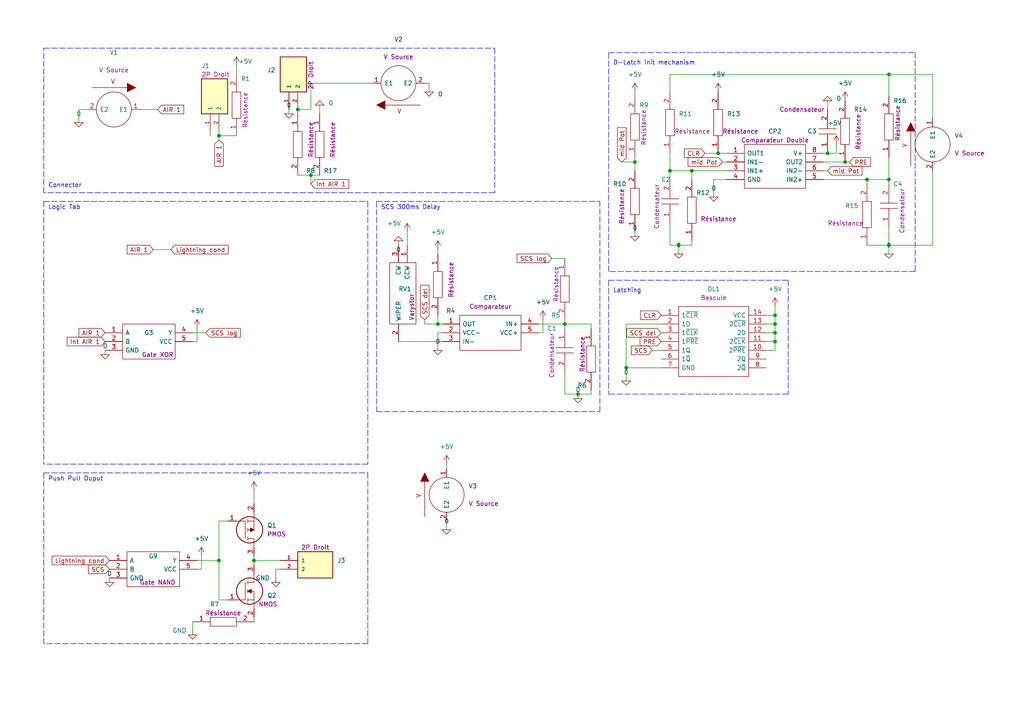
<source format=kicad_sch>
(kicad_sch (version 20211123) (generator eeschema)
  (paper "A4")
  (junction (at 181.61 106.68))
  (junction (at 200.66 49.53))
  (junction (at 257.81 71.12))
  (junction (at 184.15 46.99))
  (junction (at 224.79 99.06))
  (junction (at 224.79 91.44))
  (junction (at 194.31 49.53))
  (junction (at 86.36 31.75))
  (junction (at 73.66 162.56))
  (junction (at 196.85 71.12))
  (junction (at 63.5 162.56))
  (junction (at 245.11 46.99))
  (junction (at 167.64 114.3))
  (junction (at 224.79 96.52))
  (junction (at 127 93.98))
  (junction (at 251.46 52.07))
  (junction (at 90.17 50.8))
  (junction (at 240.03 44.45))
  (junction (at 208.28 44.45))
  (junction (at 63.5 39.37))
  (junction (at 257.81 52.07))
  (junction (at 224.79 93.98))
  (junction (at 163.83 93.98))
  (junction (at 257.81 21.59))
  (polyline (pts (xy 109.22 58.42) (xy 109.22 119.38)))
  (wire (pts (xy 200.66 69.85) (xy 200.66 71.12)))
  (wire (pts (xy 240.03 49.53) (xy 238.76 49.53)))
  (wire (pts (xy 238.76 52.07) (xy 251.46 52.07)))
  (wire (pts (xy 80.01 165.1) (xy 81.28 165.1)))
  (wire (pts (xy 222.25 101.6) (xy 224.79 101.6)))
  (polyline (pts (xy 176.53 78.74) (xy 176.53 15.24)))
  (polyline (pts (xy 109.22 58.42) (xy 173.99 58.42)))
  (wire (pts (xy 107.95 24.13) (xy 90.17 24.13)))
  (polyline (pts (xy 176.53 81.28) (xy 176.53 114.3)))
  (wire (pts (xy 90.17 24.13) (xy 90.17 31.75)))
  (wire (pts (xy 63.5 173.99) (xy 66.04 173.99)))
  (wire (pts (xy 270.51 49.53) (xy 270.51 71.12)))
  (wire (pts (xy 55.88 96.52) (xy 59.69 96.52)))
  (wire (pts (xy 194.31 49.53) (xy 200.66 49.53)))
  (wire (pts (xy 181.61 93.98) (xy 181.61 106.68)))
  (wire (pts (xy 55.88 99.06) (xy 57.15 99.06)))
  (wire (pts (xy 63.5 39.37) (xy 63.5 38.1)))
  (wire (pts (xy 208.28 44.45) (xy 210.82 44.45)))
  (wire (pts (xy 224.79 93.98) (xy 224.79 91.44)))
  (wire (pts (xy 270.51 21.59) (xy 270.51 34.29)))
  (wire (pts (xy 68.58 19.05) (xy 68.58 21.59)))
  (wire (pts (xy 128.27 96.52) (xy 127 96.52)))
  (wire (pts (xy 30.48 101.6) (xy 30.48 102.87)))
  (wire (pts (xy 246.38 46.99) (xy 245.11 46.99)))
  (wire (pts (xy 127 72.39) (xy 127 73.66)))
  (wire (pts (xy 163.83 92.71) (xy 163.83 93.98)))
  (wire (pts (xy 257.81 71.12) (xy 270.51 71.12)))
  (wire (pts (xy 63.5 151.13) (xy 63.5 162.56)))
  (wire (pts (xy 167.64 114.3) (xy 167.64 115.57)))
  (wire (pts (xy 118.11 67.31) (xy 118.11 71.12)))
  (wire (pts (xy 57.15 165.1) (xy 58.42 165.1)))
  (wire (pts (xy 171.45 93.98) (xy 163.83 93.98)))
  (wire (pts (xy 124.46 24.13) (xy 124.46 26.67)))
  (wire (pts (xy 194.31 44.45) (xy 194.31 49.53)))
  (wire (pts (xy 240.03 44.45) (xy 242.57 44.45)))
  (wire (pts (xy 196.85 71.12) (xy 196.85 73.66)))
  (polyline (pts (xy 143.51 13.97) (xy 143.51 55.88)))
  (wire (pts (xy 57.15 162.56) (xy 63.5 162.56)))
  (polyline (pts (xy 228.6 114.3) (xy 176.53 114.3)))
  (wire (pts (xy 204.47 44.45) (xy 208.28 44.45)))
  (wire (pts (xy 194.31 64.77) (xy 194.31 71.12)))
  (wire (pts (xy 251.46 52.07) (xy 251.46 53.34)))
  (wire (pts (xy 90.17 53.34) (xy 90.17 50.8)))
  (polyline (pts (xy 109.22 119.38) (xy 173.99 119.38)))
  (polyline (pts (xy 143.51 55.88) (xy 12.7 55.88)))
  (wire (pts (xy 240.03 29.21) (xy 240.03 31.75)))
  (polyline (pts (xy 265.43 78.74) (xy 176.53 78.74)))
  (wire (pts (xy 257.81 45.72) (xy 257.81 52.07)))
  (wire (pts (xy 44.45 72.39) (xy 49.53 72.39)))
  (wire (pts (xy 127 96.52) (xy 127 101.6)))
  (wire (pts (xy 257.81 21.59) (xy 257.81 27.94)))
  (wire (pts (xy 73.66 179.07) (xy 73.66 180.34)))
  (wire (pts (xy 200.66 49.53) (xy 200.66 52.07)))
  (wire (pts (xy 73.66 162.56) (xy 81.28 162.56)))
  (wire (pts (xy 184.15 26.67) (xy 184.15 27.94)))
  (wire (pts (xy 191.77 93.98) (xy 181.61 93.98)))
  (wire (pts (xy 184.15 45.72) (xy 184.15 46.99)))
  (polyline (pts (xy 106.68 134.62) (xy 12.7 134.62)))
  (wire (pts (xy 83.82 31.75) (xy 83.82 33.02)))
  (wire (pts (xy 123.19 93.98) (xy 127 93.98)))
  (polyline (pts (xy 12.7 137.16) (xy 12.7 186.69)))
  (wire (pts (xy 194.31 49.53) (xy 194.31 52.07)))
  (wire (pts (xy 25.4 31.75) (xy 22.86 31.75)))
  (polyline (pts (xy 265.43 15.24) (xy 265.43 78.74)))
  (wire (pts (xy 251.46 52.07) (xy 257.81 52.07)))
  (wire (pts (xy 224.79 96.52) (xy 224.79 93.98)))
  (wire (pts (xy 224.79 88.9) (xy 224.79 91.44)))
  (wire (pts (xy 163.83 93.98) (xy 163.83 95.25)))
  (polyline (pts (xy 106.68 186.69) (xy 12.7 186.69)))
  (wire (pts (xy 242.57 44.45) (xy 242.57 41.91)))
  (wire (pts (xy 181.61 106.68) (xy 191.77 106.68)))
  (wire (pts (xy 156.21 93.98) (xy 163.83 93.98)))
  (wire (pts (xy 63.5 162.56) (xy 63.5 173.99)))
  (wire (pts (xy 73.66 161.29) (xy 73.66 162.56)))
  (wire (pts (xy 194.31 21.59) (xy 194.31 26.67)))
  (polyline (pts (xy 12.7 13.97) (xy 143.51 13.97)))
  (wire (pts (xy 123.19 93.98) (xy 123.19 92.71)))
  (wire (pts (xy 156.21 96.52) (xy 157.48 96.52)))
  (wire (pts (xy 60.96 38.1) (xy 60.96 39.37)))
  (wire (pts (xy 73.66 162.56) (xy 73.66 163.83)))
  (wire (pts (xy 163.83 107.95) (xy 163.83 114.3)))
  (wire (pts (xy 238.76 44.45) (xy 240.03 44.45)))
  (wire (pts (xy 90.17 31.75) (xy 86.36 31.75)))
  (wire (pts (xy 90.17 50.8) (xy 92.71 50.8)))
  (wire (pts (xy 58.42 161.29) (xy 58.42 165.1)))
  (wire (pts (xy 63.5 39.37) (xy 68.58 39.37)))
  (polyline (pts (xy 176.53 15.24) (xy 265.43 15.24)))
  (wire (pts (xy 129.54 151.13) (xy 129.54 153.67)))
  (wire (pts (xy 257.81 66.04) (xy 257.81 71.12)))
  (wire (pts (xy 196.85 71.12) (xy 200.66 71.12)))
  (wire (pts (xy 257.81 71.12) (xy 257.81 73.66)))
  (wire (pts (xy 194.31 21.59) (xy 257.81 21.59)))
  (wire (pts (xy 184.15 46.99) (xy 180.34 46.99)))
  (wire (pts (xy 57.15 95.25) (xy 57.15 99.06)))
  (wire (pts (xy 181.61 106.68) (xy 181.61 110.49)))
  (wire (pts (xy 224.79 99.06) (xy 224.79 101.6)))
  (wire (pts (xy 207.01 57.15) (xy 207.01 52.07)))
  (wire (pts (xy 92.71 30.48) (xy 92.71 33.02)))
  (wire (pts (xy 31.75 167.64) (xy 31.75 168.91)))
  (wire (pts (xy 63.5 40.64) (xy 63.5 39.37)))
  (wire (pts (xy 127 93.98) (xy 128.27 93.98)))
  (wire (pts (xy 40.64 31.75) (xy 45.72 31.75)))
  (wire (pts (xy 115.57 71.12) (xy 115.57 69.85)))
  (wire (pts (xy 222.25 99.06) (xy 224.79 99.06)))
  (wire (pts (xy 222.25 91.44) (xy 224.79 91.44)))
  (wire (pts (xy 207.01 52.07) (xy 210.82 52.07)))
  (wire (pts (xy 245.11 46.99) (xy 238.76 46.99)))
  (wire (pts (xy 222.25 96.52) (xy 224.79 96.52)))
  (wire (pts (xy 157.48 92.71) (xy 157.48 96.52)))
  (polyline (pts (xy 12.7 58.42) (xy 12.7 134.62)))
  (polyline (pts (xy 12.7 55.88) (xy 12.7 13.97)))
  (wire (pts (xy 80.01 165.1) (xy 80.01 167.64)))
  (wire (pts (xy 184.15 67.31) (xy 184.15 68.58)))
  (wire (pts (xy 86.36 33.02) (xy 86.36 31.75)))
  (wire (pts (xy 129.54 134.62) (xy 129.54 135.89)))
  (polyline (pts (xy 228.6 81.28) (xy 228.6 114.3)))
  (polyline (pts (xy 106.68 137.16) (xy 106.68 186.69)))
  (wire (pts (xy 123.19 24.13) (xy 124.46 24.13)))
  (wire (pts (xy 224.79 96.52) (xy 224.79 99.06)))
  (wire (pts (xy 73.66 142.24) (xy 73.66 146.05)))
  (wire (pts (xy 127 91.44) (xy 127 93.98)))
  (polyline (pts (xy 176.53 81.28) (xy 228.6 81.28)))
  (wire (pts (xy 167.64 114.3) (xy 163.83 114.3)))
  (wire (pts (xy 200.66 49.53) (xy 210.82 49.53)))
  (polyline (pts (xy 173.99 119.38) (xy 173.99 58.42)))
  (polyline (pts (xy 106.68 58.42) (xy 106.68 134.62)))
  (wire (pts (xy 171.45 113.03) (xy 171.45 114.3)))
  (polyline (pts (xy 12.7 137.16) (xy 106.68 137.16)))
  (wire (pts (xy 22.86 31.75) (xy 22.86 35.56)))
  (wire (pts (xy 55.88 180.34) (xy 55.88 182.88)))
  (wire (pts (xy 115.57 99.06) (xy 128.27 99.06)))
  (wire (pts (xy 171.45 95.25) (xy 171.45 93.98)))
  (wire (pts (xy 171.45 114.3) (xy 167.64 114.3)))
  (wire (pts (xy 194.31 71.12) (xy 196.85 71.12)))
  (wire (pts (xy 66.04 151.13) (xy 63.5 151.13)))
  (polyline (pts (xy 12.7 58.42) (xy 106.68 58.42)))
  (wire (pts (xy 257.81 52.07) (xy 257.81 53.34)))
  (wire (pts (xy 257.81 21.59) (xy 270.51 21.59)))
  (wire (pts (xy 160.02 74.93) (xy 163.83 74.93)))
  (wire (pts (xy 251.46 71.12) (xy 257.81 71.12)))
  (wire (pts (xy 189.23 101.6) (xy 191.77 101.6)))
  (wire (pts (xy 209.55 46.99) (xy 210.82 46.99)))
  (wire (pts (xy 184.15 46.99) (xy 184.15 49.53)))
  (wire (pts (xy 86.36 50.8) (xy 90.17 50.8)))
  (wire (pts (xy 222.25 93.98) (xy 224.79 93.98)))
  (text "Logic Tab" (at 13.97 60.96 0) (effects (font (size 1.27 1.27)) (justify left bottom)))
  (text "Push Pull Ouput" (at 13.97 139.7 0) (effects (font (size 1.27 1.27)) (justify left bottom)))
  (text "Connector" (at 13.97 54.61 0) (effects (font (size 1.27 1.27)) (justify left bottom)))
  (text "Latching" (at 177.8 85.09 0) (effects (font (size 1.27 1.27)) (justify left bottom)))
  (text "D-Latch init mechanism" (at 177.8 19.05 0) (effects (font (size 1.27 1.27)) (justify left bottom)))
  (text "SCS 300ms Delay\n" (at 110.49 60.96 0) (effects (font (size 1.27 1.27)) (justify left bottom)))
  (global_label "AIR 1" (shape input) (at 30.48 96.52 180) (property "Intersheet References" "${INTERSHEET_REFS}" (effects hide)))
  (global_label "mid Pot" (shape input) (at 209.55 46.99 180) (property "Intersheet References" "${INTERSHEET_REFS}" (effects hide)))
  (global_label "mid Pot" (shape input) (at 240.03 49.53 0) (property "Intersheet References" "${INTERSHEET_REFS}" (effects hide)))
  (global_label "SCS log" (shape input) (at 59.69 96.52 0) (property "Intersheet References" "${INTERSHEET_REFS}" (effects hide)))
  (global_label "SCS del" (shape input) (at 123.19 92.71 90) (property "Intersheet References" "${INTERSHEET_REFS}" (effects hide)))
  (global_label "AIR 1" (shape input) (at 63.5 40.64 270) (property "Intersheet References" "${INTERSHEET_REFS}" (effects hide)))
  (global_label "CLR" (shape input) (at 204.47 44.45 180) (property "Intersheet References" "${INTERSHEET_REFS}" (effects hide)))
  (global_label "Lightning cond" (shape input) (at 49.53 72.39 0) (property "Intersheet References" "${INTERSHEET_REFS}" (effects hide)))
  (global_label "AIR 1" (shape input) (at 45.72 31.75 0) (property "Intersheet References" "${INTERSHEET_REFS}" (effects hide)))
  (global_label "SCS log" (shape input) (at 160.02 74.93 180) (property "Intersheet References" "${INTERSHEET_REFS}" (effects hide)))
  (global_label "Lightning cond" (shape input) (at 31.75 162.56 180) (property "Intersheet References" "${INTERSHEET_REFS}" (effects hide)))
  (global_label "SCS" (shape input) (at 189.23 101.6 180) (property "Intersheet References" "${INTERSHEET_REFS}" (effects hide)))
  (global_label "AIR 1" (shape input) (at 44.45 72.39 180) (property "Intersheet References" "${INTERSHEET_REFS}" (effects hide)))
  (global_label "SCS del" (shape input) (at 191.77 96.52 180) (property "Intersheet References" "${INTERSHEET_REFS}" (effects hide)))
  (global_label "Int AIR 1" (shape input) (at 90.17 53.34 0) (property "Intersheet References" "${INTERSHEET_REFS}" (effects hide)))
  (global_label "CLR" (shape input) (at 191.77 91.44 180) (property "Intersheet References" "${INTERSHEET_REFS}" (effects hide)))
  (global_label "Int AIR 1" (shape input) (at 30.48 99.06 180) (property "Intersheet References" "${INTERSHEET_REFS}" (effects hide)))
  (global_label "PRE" (shape input) (at 246.38 46.99 0) (property "Intersheet References" "${INTERSHEET_REFS}" (effects hide)))
  (global_label "mid Pot" (shape input) (at 180.34 46.99 90) (property "Intersheet References" "${INTERSHEET_REFS}" (effects hide)))
  (global_label "PRE" (shape input) (at 191.77 99.06 180) (property "Intersheet References" "${INTERSHEET_REFS}" (effects hide)))
  (global_label "SCS" (shape input) (at 31.75 165.1 180) (property "Intersheet References" "${INTERSHEET_REFS}" (effects hide)))
  (symbol (lib_id "power:+5V") (at 224.79 88.9 0) (unit 1)
    (property "Reference" "#PWR020" (effects hide))
    (property "Value" "+5V" (at 224.79 83.82 0))
  )
  (symbol (lib_id "pspice:0") (at 31.75 168.91 0) (unit 1)
    (property "Reference" "#GND03" (effects hide))
    (property "Value" "0" (at 31.75 166.37 0))
  )
  (symbol (lib_id "pspice:0") (at 240.03 29.21 180) (unit 1)
    (property "Reference" "#GND024" (effects hide))
    (property "Value" "0" (at 242.57 28.5749 0) (effects (justify right)))
  )
  (symbol (lib_id "pspice:0") (at 181.61 110.49 0) (unit 1)
    (property "Reference" "#GND022" (effects hide))
    (property "Value" "0" (at 181.61 107.95 0))
  )
  (symbol (lib_id "EPSA_lib:Comparateur Double LM393LVDR") (at 210.82 44.45 0) (unit 1)
    (property "Reference" "CP2" (at 224.79 38.1 0))
    (property "Value" "Comparateur Double LM393LVDR" (effects hide))
    (property "Footprint" "EPSA_lib:SOIC127P600X175-8N" (effects hide))
    (property "Datasheet" "https://www.ti.com/lit/ds/symlink/lm393lv.pdf?ts=1609509320428&ref_url=https%253A%252F%252Feu.mouser.com%252F" (effects hide))
    (property "Description" "Analog Comparators 1.65-V to 5.5-V, low voltage dual commodity comparator" (effects hide))
    (property "Height" "1.75" (effects hide))
    (property "Manufacturer_Name" "Texas Instruments" (effects hide))
    (property "Manufacturer_Part_Number" "LM393LVDR" (effects hide))
    (property "Mouser Part Number" "595-LM393LVDR" (effects hide))
    (property "Mouser Price/Stock" "https://www.mouser.co.uk/ProductDetail/Texas-Instruments/LM393LVDR?qs=zW32dvEIR3vk5%2FzEI25KTQ%3D%3D" (effects hide))
    (property "Arrow Part Number" "LM393LVDR" (effects hide))
    (property "Arrow Price/Stock" "https://www.arrow.com/en/products/lm393lvdr/texas-instruments" (effects hide))
    (property "Spice_Primitive" "X" (effects hide))
    (property "Spice_Model" "LM2903B_Dual" (effects hide))
    (property "Spice_Netlist_Enabled" "Y" (effects hide))
    (property "Spice_Lib_File" "${EPSA}\\SpiceModel\\CD_lm393.lib" (effects hide))
    (property "Render Name" "Comparateur Double" (at 224.79 40.64 0))
  )
  (symbol (lib_id "EPSA_lib:Résistance RK73H2BLTDD2152F") (at 86.36 33.02 270) (unit 1)
    (property "Reference" "R8" (at 91.44 49.53 90) (effects (justify right)))
    (property "Value" "Résistance RK73H2BLTDD2152F" (effects hide))
    (property "Footprint" "EPSA_lib:RESC3216X70N" (effects hide))
    (property "Datasheet" "http://www.koaspeer.com/catimages/Products/RK73H/RK73H.pdf" (effects hide))
    (property "Description" "Thick Film Resistors - SMD" (effects hide))
    (property "Height" "0.7" (effects hide))
    (property "Manufacturer_Name" "KOA Speer" (effects hide))
    (property "Manufacturer_Part_Number" "RK73H2BLTDD2152F" (effects hide))
    (property "Mouser Part Number" "N/A" (effects hide))
    (property "Mouser Price/Stock" "https://www.mouser.co.uk/ProductDetail/KOA-Speer/RK73H2BLTDD2152F?qs=WeIALVmW3zmyxMFsjVzMRw%3D%3D" (effects hide))
    (property "Spice_Primitive" "R" (effects hide))
    (property "Spice_Model" "14k" (at 91.44 46.99 90) (effects (justify right)))
    (property "Spice_Netlist_Enabled" "Y" (effects hide))
    (property "Render Name" "Résistance" (at 90.17 45.72 0) (effects (justify right)))
  )
  (symbol (lib_id "EPSA_lib:Résistance RK73H2BLTDD2152F") (at 251.46 71.12 90) (unit 1)
    (property "Reference" "R15" (at 245.11 59.69 90) (effects (justify right)))
    (property "Value" "Résistance RK73H2BLTDD2152F" (effects hide))
    (property "Footprint" "EPSA_lib:RESC3216X70N" (effects hide))
    (property "Datasheet" "http://www.koaspeer.com/catimages/Products/RK73H/RK73H.pdf" (effects hide))
    (property "Description" "Thick Film Resistors - SMD" (effects hide))
    (property "Height" "0.7" (effects hide))
    (property "Manufacturer_Name" "KOA Speer" (effects hide))
    (property "Manufacturer_Part_Number" "RK73H2BLTDD2152F" (effects hide))
    (property "Mouser Part Number" "N/A" (effects hide))
    (property "Mouser Price/Stock" "https://www.mouser.co.uk/ProductDetail/KOA-Speer/RK73H2BLTDD2152F?qs=WeIALVmW3zmyxMFsjVzMRw%3D%3D" (effects hide))
    (property "Spice_Primitive" "R" (effects hide))
    (property "Spice_Model" "600k" (at 245.11 62.23 90) (effects (justify right)))
    (property "Spice_Netlist_Enabled" "Y" (effects hide))
    (property "Render Name" "Résistance" (at 240.03 64.77 90) (effects (justify right)))
  )
  (symbol (lib_id "EPSA_lib:Condensateur 0805Y1000104JXT") (at 257.81 66.04 90) (unit 1)
    (property "Reference" "C4" (at 259.08 53.34 90) (effects (justify right)))
    (property "Value" "Condensateur 0805Y1000104JXT" (effects hide))
    (property "Footprint" "EPSA_lib:CAPC2012X130N" (effects hide))
    (property "Datasheet" "http://docs-europe.electrocomponents.com/webdocs/119d/0900766b8119d7bc.pdf" (effects hide))
    (property "Description" "Syfer 0805 Ceramic Chip Capacitors" (effects hide))
    (property "Height" "1.3" (effects hide))
    (property "Manufacturer_Name" "Syfer" (effects hide))
    (property "Manufacturer_Part_Number" "0805Y1000104JXT" (effects hide))
    (property "Arrow Part Number" "0805Y1000104JXT" (effects hide))
    (property "Arrow Price/Stock" "https://www.arrow.com/en/products/0805y1000104jxt/syfer-technology?region=europe" (effects hide))
    (property "Spice_Primitive" "C" (effects hide))
    (property "Spice_Model" "2.2u" (at 259.08 68.58 90) (effects (justify right)))
    (property "Spice_Netlist_Enabled" "Y" (effects hide))
    (property "Render Name" "Condensateur" (at 261.62 54.61 0) (effects (justify right)))
  )
  (symbol (lib_id "EPSA_lib:Comparateur TS391ILT") (at 128.27 93.98 0) (unit 1)
    (property "Reference" "CP1" (at 142.24 86.36 0))
    (property "Value" "Comparateur TS391ILT" (effects hide))
    (property "Footprint" "EPSA_lib:SOT95P280X145-5N" (effects hide))
    (property "Datasheet" "http://www.st.com/st-web-ui/static/active/en/resource/technical/document/datasheet/CD00001660.pdf" (effects hide))
    (property "Description" "TS391ILT, Comparator Open Collector 0.3us 12 V, 15 V, 18 V, 24 V, 28 V, 3 V, 5 V, 9 V 5-Pin SOT-23" (effects hide))
    (property "Height" "1.45" (effects hide))
    (property "Manufacturer_Name" "STMicroelectronics" (effects hide))
    (property "Manufacturer_Part_Number" "TS391ILT" (effects hide))
    (property "Mouser Part Number" "511-TS391IL" (effects hide))
    (property "Mouser Price/Stock" "https://www.mouser.co.uk/ProductDetail/STMicroelectronics/TS391ILT?qs=P8h1tZw8GcB9GWR61XM17g%3D%3D" (effects hide))
    (property "Arrow Part Number" "TS391ILT" (effects hide))
    (property "Arrow Price/Stock" "https://www.arrow.com/en/products/ts391ilt/stmicroelectronics?region=europe" (effects hide))
    (property "Spice_Primitive" "X" (effects hide))
    (property "Spice_Model" "TS391" (effects hide))
    (property "Spice_Netlist_Enabled" "Y" (effects hide))
    (property "Spice_Node_Sequence" "4,3,5,2,1" (effects hide))
    (property "Spice_Lib_File" "${EPSA}\\SpiceModel\\C_ts391.lib" (effects hide))
    (property "Render Name" "Comparateur" (at 142.24 88.9 0))
  )
  (symbol (lib_id "EPSA_lib:2P Droit 2-11-2022") (at 83.82 21.59 90) (unit 1)
    (property "Reference" "J2" (at 77.47 20.32 90) (effects (justify right)))
    (property "Value" "2P Droit 2-11-2022" (effects hide))
    (property "Footprint" "EPSA_lib:MOLEX_22-11-2022" (effects hide))
    (property "MAXIMUM_PACKAGE_HEIGHT" "10.66mm" (effects hide))
    (property "PARTREV" "BD8" (effects hide))
    (property "STANDARD" "Manufacturer Recommendations" (effects hide))
    (property "MANUFACTURER" "Molex" (effects hide))
    (property "Spice_Primitive" "J" (effects hide))
    (property "Spice_Model" "22-11-2022" (effects hide))
    (property "Spice_Netlist_Enabled" "N" (effects hide))
    (property "Render Name" "2P Droit" (at 90.17 17.78 0) (effects (justify right)))
  )
  (symbol (lib_id "EPSA_lib:2P Droit 2-11-2022") (at 91.44 162.56 0) (unit 1)
    (property "Reference" "J3" (at 97.79 162.5599 0) (effects (justify left)))
    (property "Value" "2P Droit 2-11-2022" (effects hide))
    (property "Footprint" "EPSA_lib:MOLEX_22-11-2022" (effects hide))
    (property "MAXIMUM_PACKAGE_HEIGHT" "10.66mm" (effects hide))
    (property "PARTREV" "BD8" (effects hide))
    (property "STANDARD" "Manufacturer Recommendations" (effects hide))
    (property "MANUFACTURER" "Molex" (effects hide))
    (property "Spice_Primitive" "J" (effects hide))
    (property "Spice_Model" "22-11-2022" (effects hide))
    (property "Spice_Netlist_Enabled" "N" (effects hide))
    (property "Render Name" "2P Droit" (at 91.44 158.75 0))
  )
  (symbol (lib_id "EPSA_lib:Résistance RK73H2BLTDD2152F") (at 208.28 44.45 90) (unit 1)
    (property "Reference" "R13" (at 210.82 33.0199 90) (effects (justify right)))
    (property "Value" "Résistance RK73H2BLTDD2152F" (effects hide))
    (property "Footprint" "EPSA_lib:RESC3216X70N" (effects hide))
    (property "Datasheet" "http://www.koaspeer.com/catimages/Products/RK73H/RK73H.pdf" (effects hide))
    (property "Description" "Thick Film Resistors - SMD" (effects hide))
    (property "Height" "0.7" (effects hide))
    (property "Manufacturer_Name" "KOA Speer" (effects hide))
    (property "Manufacturer_Part_Number" "RK73H2BLTDD2152F" (effects hide))
    (property "Mouser Part Number" "N/A" (effects hide))
    (property "Mouser Price/Stock" "https://www.mouser.co.uk/ProductDetail/KOA-Speer/RK73H2BLTDD2152F?qs=WeIALVmW3zmyxMFsjVzMRw%3D%3D" (effects hide))
    (property "Spice_Primitive" "R" (effects hide))
    (property "Spice_Model" "5k" (at 210.82 35.5599 90) (effects (justify right)))
    (property "Spice_Netlist_Enabled" "Y" (effects hide))
    (property "Render Name" "Résistance" (at 209.55 38.1 90) (effects (justify right)))
  )
  (symbol (lib_id "EPSA_lib:Bascule D SN74HCS72QDRQ1") (at 191.77 91.44 0) (unit 1)
    (property "Reference" "DL1" (at 207.01 83.82 0))
    (property "Value" "Bascule D SN74HCS72QDRQ1" (effects hide))
    (property "Footprint" "EPSA_lib:SOIC127P600X175-14N" (effects hide))
    (property "Datasheet" "http://www.ti.com/general/docs/suppproductinfo.tsp?distId=10&gotoUrl=http%3A%2F%2Fwww.ti.com%2Flit%2Fgpn%2Fsn74hcs72-q1" (effects hide))
    (property "Description" "Flip-Flops Automotive Schmitt-trigger input dual D-type negative-edge-triggered flip-flops w/ clear and preset 14-SOIC -40 to 125" (effects hide))
    (property "Height" "1.75" (effects hide))
    (property "Manufacturer_Name" "Texas Instruments" (effects hide))
    (property "Manufacturer_Part_Number" "SN74HCS72QDRQ1" (effects hide))
    (property "Mouser Part Number" "595-SN74HCS72QDRQ1" (effects hide))
    (property "Mouser Price/Stock" "https://www.mouser.co.uk/ProductDetail/Texas-Instruments/SN74HCS72QDRQ1?qs=Cb2nCFKsA8rdYGfO8j6PMA%3D%3D" (effects hide))
    (property "Arrow Part Number" "SN74HCS72QDRQ1" (effects hide))
    (property "Arrow Price/Stock" "https://www.arrow.com/en/products/sn74hcs72qdrq1/texas-instruments?region=nac" (effects hide))
    (property "Spice_Primitive" "X" (effects hide))
    (property "Spice_Model" "SN74HCS72_Double" (effects hide))
    (property "Spice_Netlist_Enabled" "Y" (effects hide))
    (property "Spice_Lib_File" "${EPSA}\\SpiceModel\\BD_SN74HCS72.lib" (effects hide))
    (property "Render Name" "Bascule" (at 207.01 86.36 0))
  )
  (symbol (lib_id "EPSA_lib:Résistance RK73H2BLTDD2152F") (at 184.15 67.31 90) (unit 1)
    (property "Reference" "R10" (at 177.8 53.34 90) (effects (justify right)))
    (property "Value" "Résistance RK73H2BLTDD2152F" (effects hide))
    (property "Footprint" "EPSA_lib:RESC3216X70N" (effects hide))
    (property "Datasheet" "http://www.koaspeer.com/catimages/Products/RK73H/RK73H.pdf" (effects hide))
    (property "Description" "Thick Film Resistors - SMD" (effects hide))
    (property "Height" "0.7" (effects hide))
    (property "Manufacturer_Name" "KOA Speer" (effects hide))
    (property "Manufacturer_Part_Number" "RK73H2BLTDD2152F" (effects hide))
    (property "Mouser Part Number" "N/A" (effects hide))
    (property "Mouser Price/Stock" "https://www.mouser.co.uk/ProductDetail/KOA-Speer/RK73H2BLTDD2152F?qs=WeIALVmW3zmyxMFsjVzMRw%3D%3D" (effects hide))
    (property "Spice_Primitive" "R" (effects hide))
    (property "Spice_Model" "50k" (at 179.07 66.04 90) (effects (justify right)))
    (property "Spice_Netlist_Enabled" "Y" (effects hide))
    (property "Render Name" "Résistance" (at 180.34 54.61 0) (effects (justify right)))
  )
  (symbol (lib_id "pspice:0") (at 30.48 102.87 0) (unit 1)
    (property "Reference" "#GND010" (effects hide))
    (property "Value" "0" (at 30.48 100.33 0))
  )
  (symbol (lib_id "EPSA_lib:Condensateur 0805Y1000104JXT") (at 240.03 44.45 90) (unit 1)
    (property "Reference" "C3" (at 234.1739 38.0324 90) (effects (justify right)))
    (property "Value" "Condensateur 0805Y1000104JXT" (effects hide))
    (property "Footprint" "EPSA_lib:CAPC2012X130N" (effects hide))
    (property "Datasheet" "http://docs-europe.electrocomponents.com/webdocs/119d/0900766b8119d7bc.pdf" (effects hide))
    (property "Description" "Syfer 0805 Ceramic Chip Capacitors" (effects hide))
    (property "Height" "1.3" (effects hide))
    (property "Manufacturer_Name" "Syfer" (effects hide))
    (property "Manufacturer_Part_Number" "0805Y1000104JXT" (effects hide))
    (property "Arrow Part Number" "0805Y1000104JXT" (effects hide))
    (property "Arrow Price/Stock" "https://www.arrow.com/en/products/0805y1000104jxt/syfer-technology?region=europe" (effects hide))
    (property "Spice_Primitive" "C" (effects hide))
    (property "Spice_Model" "0.1u" (at 234.95 35.56 90) (effects (justify right)))
    (property "Spice_Netlist_Enabled" "Y" (effects hide))
    (property "Render Name" "Condensateur" (at 226.06 31.75 90) (effects (justify right)))
  )
  (symbol (lib_id "power:+5V") (at 208.28 26.67 0) (unit 1)
    (property "Reference" "#PWR017" (effects hide))
    (property "Value" "+5V" (at 208.28 21.59 0))
  )
  (symbol (lib_id "EPSA_lib:Résistance RK73H2BLTDD2152F") (at 92.71 33.02 270) (unit 1)
    (property "Reference" "R17" (at 97.79 49.53 90) (effects (justify right)))
    (property "Value" "Résistance RK73H2BLTDD2152F" (effects hide))
    (property "Footprint" "EPSA_lib:RESC3216X70N" (effects hide))
    (property "Datasheet" "http://www.koaspeer.com/catimages/Products/RK73H/RK73H.pdf" (effects hide))
    (property "Description" "Thick Film Resistors - SMD" (effects hide))
    (property "Height" "0.7" (effects hide))
    (property "Manufacturer_Name" "KOA Speer" (effects hide))
    (property "Manufacturer_Part_Number" "RK73H2BLTDD2152F" (effects hide))
    (property "Mouser Part Number" "N/A" (effects hide))
    (property "Mouser Price/Stock" "https://www.mouser.co.uk/ProductDetail/KOA-Speer/RK73H2BLTDD2152F?qs=WeIALVmW3zmyxMFsjVzMRw%3D%3D" (effects hide))
    (property "Spice_Primitive" "R" (effects hide))
    (property "Spice_Model" "10k" (at 97.79 46.99 90) (effects (justify right)))
    (property "Spice_Netlist_Enabled" "Y" (effects hide))
    (property "Render Name" "Résistance" (at 96.52 45.72 0) (effects (justify right)))
  )
  (symbol (lib_id "pspice:0") (at 92.71 30.48 180) (unit 1)
    (property "Reference" "#GND05" (effects hide))
    (property "Value" "0" (at 95.25 29.8449 0) (effects (justify right)))
  )
  (symbol (lib_id "power:+5V") (at 57.15 95.25 0) (unit 1)
    (property "Reference" "#PWR06" (effects hide))
    (property "Value" "+5V" (at 57.15 90.17 0))
  )
  (symbol (lib_id "EPSA_lib:Résistance RK73H2BLTDD2152F") (at 171.45 95.25 270) (unit 1)
    (property "Reference" "R6" (at 170.18 111.76 90) (effects (justify right)))
    (property "Value" "Résistance RK73H2BLTDD2152F" (effects hide))
    (property "Footprint" "EPSA_lib:RESC3216X70N" (effects hide))
    (property "Datasheet" "http://www.koaspeer.com/catimages/Products/RK73H/RK73H.pdf" (effects hide))
    (property "Description" "Thick Film Resistors - SMD" (effects hide))
    (property "Height" "0.7" (effects hide))
    (property "Manufacturer_Name" "KOA Speer" (effects hide))
    (property "Manufacturer_Part_Number" "RK73H2BLTDD2152F" (effects hide))
    (property "Mouser Part Number" "N/A" (effects hide))
    (property "Mouser Price/Stock" "https://www.mouser.co.uk/ProductDetail/KOA-Speer/RK73H2BLTDD2152F?qs=WeIALVmW3zmyxMFsjVzMRw%3D%3D" (effects hide))
    (property "Spice_Primitive" "R" (effects hide))
    (property "Spice_Model" "390k" (at 170.18 109.22 90) (effects (justify right)))
    (property "Spice_Netlist_Enabled" "Y" (effects hide))
    (property "Render Name" "Résistance" (at 168.91 107.95 0) (effects (justify right)))
  )
  (symbol (lib_id "pspice:0") (at 127 101.6 0) (unit 1)
    (property "Reference" "#GND017" (effects hide))
    (property "Value" "0" (at 127 99.06 0))
  )
  (symbol (lib_id "EPSA_lib:NMOS SQ2348ES-T1_GE3") (at 78.105 187.325 90) (unit 1)
    (property "Reference" "Q2" (at 77.47 172.72 90) (effects (justify right)))
    (property "Value" "NMOS SQ2348ES-T1_GE3" (effects hide))
    (property "Footprint" "EPSA_lib:SOT95P237X112-3N" (effects hide))
    (property "Datasheet" "http://www.vishay.com/docs/63706/sq2348es.pdf" (effects hide))
    (property "Description" "VISHAY - SQ2348ES-T1_GE3 - MOSFET, AEC-Q101, N-CH, 30V, SOT-23" (effects hide))
    (property "Height" "1.12" (effects hide))
    (property "Manufacturer_Name" "Vishay" (effects hide))
    (property "Manufacturer_Part_Number" "SQ2348ES-T1_GE3" (effects hide))
    (property "Mouser Part Number" "781-SQ2348ES-T1_GE3" (effects hide))
    (property "Mouser Price/Stock" "https://www.mouser.co.uk/ProductDetail/Vishay-Siliconix/SQ2348ES-T1_GE3?qs=jHkklCh7amgC88blremf%252Bw%3D%3D" (effects hide))
    (property "Arrow Part Number" "SQ2348ES-T1_GE3" (effects hide))
    (property "Arrow Price/Stock" "https://www.arrow.com/en/products/sq2348es-t1-ge3/vishay?region=nac" (effects hide))
    (property "Spice_Primitive" "X" (effects hide))
    (property "Spice_Model" "SQ2348ES" (effects hide))
    (property "Spice_Netlist_Enabled" "Y" (effects hide))
    (property "Spice_Node_Sequence" "3,1,2" (effects hide))
    (property "Spice_Lib_File" "${EPSA}\\SpiceModel\\NMOS_SQ2348ES_PS Rev A.LIB" (effects hide))
    (property "Render Name" "NMOS" (at 74.93 175.26 90) (effects (justify right)))
  )
  (symbol (lib_id "power:GND") (at 80.01 167.64 0) (unit 1)
    (property "Reference" "#PWR024" (effects hide))
    (property "Value" "GND" (at 76.2 167.64 0))
  )
  (symbol (lib_id "power:+5V") (at 129.54 134.62 0) (unit 1)
    (property "Reference" "#PWR02" (effects hide))
    (property "Value" "+5V" (at 129.54 129.54 0))
  )
  (symbol (lib_id "EPSA_lib:Résistance RK73H2BLTDD2152F") (at 184.15 45.72 90) (unit 1)
    (property "Reference" "R9" (at 185.42 30.48 90) (effects (justify right)))
    (property "Value" "Résistance RK73H2BLTDD2152F" (effects hide))
    (property "Footprint" "EPSA_lib:RESC3216X70N" (effects hide))
    (property "Datasheet" "http://www.koaspeer.com/catimages/Products/RK73H/RK73H.pdf" (effects hide))
    (property "Description" "Thick Film Resistors - SMD" (effects hide))
    (property "Height" "0.7" (effects hide))
    (property "Manufacturer_Name" "KOA Speer" (effects hide))
    (property "Manufacturer_Part_Number" "RK73H2BLTDD2152F" (effects hide))
    (property "Mouser Part Number" "N/A" (effects hide))
    (property "Mouser Price/Stock" "https://www.mouser.co.uk/ProductDetail/KOA-Speer/RK73H2BLTDD2152F?qs=WeIALVmW3zmyxMFsjVzMRw%3D%3D" (effects hide))
    (property "Spice_Primitive" "R" (effects hide))
    (property "Spice_Model" "100k" (at 185.42 43.18 90) (effects (justify right)))
    (property "Spice_Netlist_Enabled" "Y" (effects hide))
    (property "Render Name" "Résistance" (at 186.69 31.75 0) (effects (justify right)))
  )
  (symbol (lib_id "pspice:0") (at 207.01 57.15 0) (unit 1)
    (property "Reference" "#GND023" (effects hide))
    (property "Value" "0" (at 207.01 54.61 0))
  )
  (symbol (lib_id "EPSA_lib:Condensateur 0805Y1000104JXT") (at 194.31 64.77 90) (unit 1)
    (property "Reference" "C2" (at 191.77 52.07 90) (effects (justify right)))
    (property "Value" "Condensateur 0805Y1000104JXT" (effects hide))
    (property "Footprint" "EPSA_lib:CAPC2012X130N" (effects hide))
    (property "Datasheet" "http://docs-europe.electrocomponents.com/webdocs/119d/0900766b8119d7bc.pdf" (effects hide))
    (property "Description" "Syfer 0805 Ceramic Chip Capacitors" (effects hide))
    (property "Height" "1.3" (effects hide))
    (property "Manufacturer_Name" "Syfer" (effects hide))
    (property "Manufacturer_Part_Number" "0805Y1000104JXT" (effects hide))
    (property "Arrow Part Number" "0805Y1000104JXT" (effects hide))
    (property "Arrow Price/Stock" "https://www.arrow.com/en/products/0805y1000104jxt/syfer-technology?region=europe" (effects hide))
    (property "Spice_Primitive" "C" (effects hide))
    (property "Spice_Model" "1u" (at 191.77 66.04 90) (effects (justify right)))
    (property "Spice_Netlist_Enabled" "Y" (effects hide))
    (property "Render Name" "Condensateur" (at 190.5 53.34 0) (effects (justify right)))
  )
  (symbol (lib_id "pspice:0") (at 22.86 35.56 0) (unit 1)
    (property "Reference" "#GND01" (effects hide))
    (property "Value" "0" (at 22.86 33.02 0))
  )
  (symbol (lib_id "EPSA_lib:Résistance RK73H2BLTDD2152F") (at 55.88 180.34 0) (unit 1)
    (property "Reference" "R7" (at 62.23 175.26 0))
    (property "Value" "Résistance RK73H2BLTDD2152F" (effects hide))
    (property "Footprint" "EPSA_lib:RESC3216X70N" (effects hide))
    (property "Datasheet" "http://www.koaspeer.com/catimages/Products/RK73H/RK73H.pdf" (effects hide))
    (property "Description" "Thick Film Resistors - SMD" (effects hide))
    (property "Height" "0.7" (effects hide))
    (property "Manufacturer_Name" "KOA Speer" (effects hide))
    (property "Manufacturer_Part_Number" "RK73H2BLTDD2152F" (effects hide))
    (property "Mouser Part Number" "N/A" (effects hide))
    (property "Mouser Price/Stock" "https://www.mouser.co.uk/ProductDetail/KOA-Speer/RK73H2BLTDD2152F?qs=WeIALVmW3zmyxMFsjVzMRw%3D%3D" (effects hide))
    (property "Spice_Primitive" "R" (effects hide))
    (property "Spice_Model" "10" (at 64.77 176.53 0))
    (property "Spice_Netlist_Enabled" "Y" (effects hide))
    (property "Render Name" "Résistance" (at 64.77 177.8 0))
  )
  (symbol (lib_id "pspice:0") (at 184.15 68.58 0) (unit 1)
    (property "Reference" "#GND019" (effects hide))
    (property "Value" "0" (at 184.15 66.04 0))
  )
  (symbol (lib_id "power:+5V") (at 73.66 142.24 0) (unit 1)
    (property "Reference" "#PWR023" (effects hide))
    (property "Value" "+5V" (at 73.66 137.16 0))
  )
  (symbol (lib_id "power:+5V") (at 127 72.39 0) (unit 1)
    (property "Reference" "#PWR014" (effects hide))
    (property "Value" "+5V" (at 127 67.31 0))
  )
  (symbol (lib_id "power:GND") (at 55.88 182.88 0) (unit 1)
    (property "Reference" "#PWR021" (effects hide))
    (property "Value" "GND" (at 52.07 182.88 0))
  )
  (symbol (lib_id "EPSA_lib:VSOURCE") (at 34.29 31.75 0) (unit 1) (in_bom no) (on_board no)
    (property "Reference" "V1" (at 33.02 15.24 0))
    (property "Value" "VSOURCE" (effects hide))
    (property "Spice_Primitive" "V" (effects hide))
    (property "Spice_Model" "dc 5 pulse(5 0 2 100m 100m 3 6)" (at 33.02 17.78 0))
    (property "Spice_Netlist_Enabled" "Y" (effects hide))
    (property "Render Name" "V Source" (at 33.02 20.32 0))
  )
  (symbol (lib_id "EPSA_lib:Résistance RK73H2BLTDD2152F") (at 257.81 45.72 90) (unit 1)
    (property "Reference" "R16" (at 259.08 29.21 90) (effects (justify right)))
    (property "Value" "Résistance RK73H2BLTDD2152F" (effects hide))
    (property "Footprint" "EPSA_lib:RESC3216X70N" (effects hide))
    (property "Datasheet" "http://www.koaspeer.com/catimages/Products/RK73H/RK73H.pdf" (effects hide))
    (property "Description" "Thick Film Resistors - SMD" (effects hide))
    (property "Height" "0.7" (effects hide))
    (property "Manufacturer_Name" "KOA Speer" (effects hide))
    (property "Manufacturer_Part_Number" "RK73H2BLTDD2152F" (effects hide))
    (property "Mouser Part Number" "N/A" (effects hide))
    (property "Mouser Price/Stock" "https://www.mouser.co.uk/ProductDetail/KOA-Speer/RK73H2BLTDD2152F?qs=WeIALVmW3zmyxMFsjVzMRw%3D%3D" (effects hide))
    (property "Spice_Primitive" "R" (effects hide))
    (property "Spice_Model" "500k" (at 259.08 43.18 90) (effects (justify right)))
    (property "Spice_Netlist_Enabled" "Y" (effects hide))
    (property "Render Name" "Résistance" (at 260.35 30.48 0) (effects (justify right)))
  )
  (symbol (lib_id "power:+5V") (at 118.11 67.31 0) (unit 1)
    (property "Reference" "#PWR013" (effects hide))
    (property "Value" "+5V" (at 114.3 64.77 0))
  )
  (symbol (lib_id "pspice:0") (at 196.85 73.66 0) (unit 1)
    (property "Reference" "#GND021" (effects hide))
    (property "Value" "0" (at 196.85 71.12 0))
  )
  (symbol (lib_id "power:+5V") (at 242.57 41.91 0) (unit 1)
    (property "Reference" "#PWR018" (effects hide))
    (property "Value" "+5V" (at 242.0331 35.67 0))
  )
  (symbol (lib_id "power:+5V") (at 68.58 19.05 0) (unit 1)
    (property "Reference" "#PWR01" (effects hide))
    (property "Value" "+5V" (at 71.12 17.78 0))
  )
  (symbol (lib_id "EPSA_lib:Résistance RK73H2BLTDD2152F") (at 68.58 39.37 90) (unit 1)
    (property "Reference" "R1" (at 69.85 22.86 90) (effects (justify right)))
    (property "Value" "Résistance RK73H2BLTDD2152F" (effects hide))
    (property "Footprint" "EPSA_lib:RESC3216X70N" (effects hide))
    (property "Datasheet" "http://www.koaspeer.com/catimages/Products/RK73H/RK73H.pdf" (effects hide))
    (property "Description" "Thick Film Resistors - SMD" (effects hide))
    (property "Height" "0.7" (effects hide))
    (property "Manufacturer_Name" "KOA Speer" (effects hide))
    (property "Manufacturer_Part_Number" "RK73H2BLTDD2152F" (effects hide))
    (property "Mouser Part Number" "N/A" (effects hide))
    (property "Mouser Price/Stock" "https://www.mouser.co.uk/ProductDetail/KOA-Speer/RK73H2BLTDD2152F?qs=WeIALVmW3zmyxMFsjVzMRw%3D%3D" (effects hide))
    (property "Spice_Primitive" "R" (effects hide))
    (property "Spice_Model" "5k" (at 69.85 25.4 90) (effects (justify right)))
    (property "Spice_Netlist_Enabled" "N" (effects hide))
    (property "Render Name" "Résistance" (at 71.12 26.67 0) (effects (justify right)))
  )
  (symbol (lib_id "EPSA_lib:Condensateur 0805Y1000104JXT") (at 163.83 95.25 270) (unit 1)
    (property "Reference" "C1" (at 158.75 95.25 90) (effects (justify left)))
    (property "Value" "Condensateur 0805Y1000104JXT" (effects hide))
    (property "Footprint" "EPSA_lib:CAPC2012X130N" (effects hide))
    (property "Datasheet" "http://docs-europe.electrocomponents.com/webdocs/119d/0900766b8119d7bc.pdf" (effects hide))
    (property "Description" "Syfer 0805 Ceramic Chip Capacitors" (effects hide))
    (property "Height" "1.3" (effects hide))
    (property "Manufacturer_Name" "Syfer" (effects hide))
    (property "Manufacturer_Part_Number" "0805Y1000104JXT" (effects hide))
    (property "Arrow Part Number" "0805Y1000104JXT" (effects hide))
    (property "Arrow Price/Stock" "https://www.arrow.com/en/products/0805y1000104jxt/syfer-technology?region=europe" (effects hide))
    (property "Spice_Primitive" "C" (effects hide))
    (property "Spice_Model" "2.2u" (at 158.75 110.49 90) (effects (justify left)))
    (property "Spice_Netlist_Enabled" "Y" (effects hide))
    (property "Render Name" "Condensateur" (at 160.02 96.52 0) (effects (justify left)))
  )
  (symbol (lib_id "power:+5V") (at 245.11 29.21 0) (unit 1)
    (property "Reference" "#PWR019" (effects hide))
    (property "Value" "+5V" (at 245.11 24.13 0))
  )
  (symbol (lib_id "EPSA_lib:Résistance RK73H2BLTDD2152F") (at 163.83 74.93 270) (unit 1)
    (property "Reference" "R5" (at 162.56 91.44 90) (effects (justify right)))
    (property "Value" "Résistance RK73H2BLTDD2152F" (effects hide))
    (property "Footprint" "EPSA_lib:RESC3216X70N" (effects hide))
    (property "Datasheet" "http://www.koaspeer.com/catimages/Products/RK73H/RK73H.pdf" (effects hide))
    (property "Description" "Thick Film Resistors - SMD" (effects hide))
    (property "Height" "0.7" (effects hide))
    (property "Manufacturer_Name" "KOA Speer" (effects hide))
    (property "Manufacturer_Part_Number" "RK73H2BLTDD2152F" (effects hide))
    (property "Mouser Part Number" "N/A" (effects hide))
    (property "Mouser Price/Stock" "https://www.mouser.co.uk/ProductDetail/KOA-Speer/RK73H2BLTDD2152F?qs=WeIALVmW3zmyxMFsjVzMRw%3D%3D" (effects hide))
    (property "Spice_Primitive" "R" (effects hide))
    (property "Spice_Model" "390k" (at 162.56 88.9 90) (effects (justify right)))
    (property "Spice_Netlist_Enabled" "Y" (effects hide))
    (property "Render Name" "Résistance" (at 161.29 87.63 0) (effects (justify right)))
  )
  (symbol (lib_id "power:+5V") (at 184.15 26.67 0) (unit 1)
    (property "Reference" "#PWR016" (effects hide))
    (property "Value" "+5V" (at 184.15 21.59 0))
  )
  (symbol (lib_id "EPSA_lib:Résistance RK73H2BLTDD2152F") (at 127 73.66 270) (unit 1)
    (property "Reference" "R4" (at 132.08 90.17 90) (effects (justify right)))
    (property "Value" "Résistance RK73H2BLTDD2152F" (effects hide))
    (property "Footprint" "EPSA_lib:RESC3216X70N" (effects hide))
    (property "Datasheet" "http://www.koaspeer.com/catimages/Products/RK73H/RK73H.pdf" (effects hide))
    (property "Description" "Thick Film Resistors - SMD" (effects hide))
    (property "Height" "0.7" (effects hide))
    (property "Manufacturer_Name" "KOA Speer" (effects hide))
    (property "Manufacturer_Part_Number" "RK73H2BLTDD2152F" (effects hide))
    (property "Mouser Part Number" "N/A" (effects hide))
    (property "Mouser Price/Stock" "https://www.mouser.co.uk/ProductDetail/KOA-Speer/RK73H2BLTDD2152F?qs=WeIALVmW3zmyxMFsjVzMRw%3D%3D" (effects hide))
    (property "Spice_Primitive" "R" (effects hide))
    (property "Spice_Model" "1k" (at 132.08 87.63 90) (effects (justify right)))
    (property "Spice_Netlist_Enabled" "Y" (effects hide))
    (property "Render Name" "Résistance" (at 130.81 86.36 0) (effects (justify right)))
  )
  (symbol (lib_id "pspice:0") (at 83.82 33.02 0) (unit 1)
    (property "Reference" "#GND02" (effects hide))
    (property "Value" "0" (at 83.82 30.48 0))
  )
  (symbol (lib_id "EPSA_lib:Résistance RK73H2BLTDD2152F") (at 200.66 69.85 90) (unit 1)
    (property "Reference" "R12" (at 201.93 55.88 90) (effects (justify right)))
    (property "Value" "Résistance RK73H2BLTDD2152F" (effects hide))
    (property "Footprint" "EPSA_lib:RESC3216X70N" (effects hide))
    (property "Datasheet" "http://www.koaspeer.com/catimages/Products/RK73H/RK73H.pdf" (effects hide))
    (property "Description" "Thick Film Resistors - SMD" (effects hide))
    (property "Height" "0.7" (effects hide))
    (property "Manufacturer_Name" "KOA Speer" (effects hide))
    (property "Manufacturer_Part_Number" "RK73H2BLTDD2152F" (effects hide))
    (property "Mouser Part Number" "N/A" (effects hide))
    (property "Mouser Price/Stock" "https://www.mouser.co.uk/ProductDetail/KOA-Speer/RK73H2BLTDD2152F?qs=WeIALVmW3zmyxMFsjVzMRw%3D%3D" (effects hide))
    (property "Spice_Primitive" "R" (effects hide))
    (property "Spice_Model" "600k" (at 203.2 60.9599 90) (effects (justify right)))
    (property "Spice_Netlist_Enabled" "Y" (effects hide))
    (property "Render Name" "Résistance" (at 203.2 63.4999 90) (effects (justify right)))
  )
  (symbol (lib_id "EPSA_lib:Gate XOR SN74AHCT1G86DBVR") (at 30.48 96.52 0) (unit 1)
    (property "Reference" "G3" (at 43.18 96.52 0))
    (property "Value" "Gate XOR SN74AHCT1G86DBVR" (effects hide))
    (property "Footprint" "EPSA_lib:SOT95P280X145-5N" (effects hide))
    (property "Datasheet" "http://www.ti.com/lit/gpn/sn74ahct1g86" (effects hide))
    (property "Description" "TEXAS INSTRUMENTS - SN74AHCT1G86DBVR - IC, SINGLE XOR GATE, 2I/P, SOT-23-5,REEL" (effects hide))
    (property "Height" "1.45" (effects hide))
    (property "Manufacturer_Name" "Texas Instruments" (effects hide))
    (property "Manufacturer_Part_Number" "SN74AHCT1G86DBVR" (effects hide))
    (property "Mouser Part Number" "595-SN74AHCT1G86DBVR" (effects hide))
    (property "Mouser Price/Stock" "https://www.mouser.co.uk/ProductDetail/Texas-Instruments/SN74AHCT1G86DBVR?qs=mTHRaKC2c7PDlak%2Fu%252BIXNw%3D%3D" (effects hide))
    (property "Arrow Part Number" "SN74AHCT1G86DBVR" (effects hide))
    (property "Arrow Price/Stock" "https://www.arrow.com/en/products/sn74ahct1g86dbvr/texas-instruments" (effects hide))
    (property "Spice_Primitive" "X" (effects hide))
    (property "Spice_Model" "SN74AHCT1G86" (effects hide))
    (property "Spice_Netlist_Enabled" "Y" (effects hide))
    (property "Spice_Node_Sequence" "4,1,2,5,3" (effects hide))
    (property "Spice_Lib_File" "${EPSA}\\SpiceModel\\XOR_SN74AHCT1G86.lib" (effects hide))
    (property "Render Name" "Gate XOR" (at 45.72 102.87 0))
  )
  (symbol (lib_id "pspice:0") (at 124.46 26.67 0) (unit 1)
    (property "Reference" "#GND04" (effects hide))
    (property "Value" "0" (at 127 27.3049 0) (effects (justify left)))
  )
  (symbol (lib_id "pspice:0") (at 129.54 153.67 0) (unit 1)
    (property "Reference" "#GND06" (effects hide))
    (property "Value" "0" (at 129.54 151.13 0))
  )
  (symbol (lib_id "EPSA_lib:VSOURCE") (at 129.54 142.24 90) (unit 1) (in_bom no) (on_board no)
    (property "Reference" "V3" (at 135.89 140.9699 90) (effects (justify right)))
    (property "Value" "VSOURCE" (effects hide))
    (property "Spice_Primitive" "V" (effects hide))
    (property "Spice_Model" "dc 5" (at 135.89 143.5099 90) (effects (justify right)))
    (property "Spice_Netlist_Enabled" "Y" (effects hide))
    (property "Render Name" "V Source" (at 135.89 146.0499 90) (effects (justify right)))
  )
  (symbol (lib_id "EPSA_lib:PMOS SI2343CDS-T1-GE3") (at 76.835 153.035 90) (mirror x) (unit 1)
    (property "Reference" "Q1" (at 77.47 152.4 90) (effects (justify right)))
    (property "Value" "PMOS SI2343CDS-T1-GE3" (effects hide))
    (property "Footprint" "EPSA_lib:SOT95P237X112-3N" (effects hide))
    (property "Datasheet" "https://datasheet.datasheetarchive.com/originals/distributors/Datasheets-DGA23/1582493.pdf" (effects hide))
    (property "Description" "Trans MOSFET P-CH 30V 4.2A 3-Pin Vishay SI2343CDS-T1-GE3 P-channel MOSFET Transistor, 4.7 A, -30 V, 3-Pin TO-236" (effects hide))
    (property "Height" "1.12" (effects hide))
    (property "Manufacturer_Name" "Vishay" (effects hide))
    (property "Manufacturer_Part_Number" "SI2343CDS-T1-GE3" (effects hide))
    (property "Mouser Part Number" "781-SI2343CDS-T1-GE3" (effects hide))
    (property "Mouser Price/Stock" "https://www.mouser.co.uk/ProductDetail/Vishay-Semiconductors/SI2343CDS-T1-GE3?qs=WX95TUc1y56rXCTRPp%252BkZQ%3D%3D" (effects hide))
    (property "Arrow Part Number" "SI2343CDS-T1-GE3" (effects hide))
    (property "Arrow Price/Stock" "https://www.arrow.com/en/products/si2343cds-t1-ge3/vishay" (effects hide))
    (property "Spice_Primitive" "X" (effects hide))
    (property "Spice_Model" "Si2343CDS" (effects hide))
    (property "Spice_Netlist_Enabled" "Y" (effects hide))
    (property "Spice_Node_Sequence" "3,1,2" (effects hide))
    (property "Spice_Lib_File" "${EPSA}\\SpiceModel\\PMOS_si2343cds_ps Rev B.lib" (effects hide))
    (property "Render Name" "PMOS" (at 77.47 154.94 90) (effects (justify right)))
  )
  (symbol (lib_id "EPSA_lib:VSOURCE") (at 270.51 40.64 90) (unit 1) (in_bom no) (on_board no)
    (property "Reference" "V4" (at 276.86 39.3699 90) (effects (justify right)))
    (property "Value" "VSOURCE" (effects hide))
    (property "Spice_Primitive" "V" (effects hide))
    (property "Spice_Model" "dc 5 pulse(0 5 1 100m 100m 10 13)" (at 276.86 41.9099 90) (effects (justify right)))
    (property "Spice_Netlist_Enabled" "Y" (effects hide))
    (property "Render Name" "V Source" (at 276.86 44.4499 90) (effects (justify right)))
  )
  (symbol (lib_id "pspice:0") (at 167.64 115.57 0) (unit 1)
    (property "Reference" "#GND018" (effects hide))
    (property "Value" "0" (at 167.64 113.03 0))
  )
  (symbol (lib_id "EPSA_lib:Résistance RK73H2BLTDD2152F") (at 194.31 44.45 90) (unit 1)
    (property "Reference" "R11" (at 196.85 33.0199 90) (effects (justify right)))
    (property "Value" "Résistance RK73H2BLTDD2152F" (effects hide))
    (property "Footprint" "EPSA_lib:RESC3216X70N" (effects hide))
    (property "Datasheet" "http://www.koaspeer.com/catimages/Products/RK73H/RK73H.pdf" (effects hide))
    (property "Description" "Thick Film Resistors - SMD" (effects hide))
    (property "Height" "0.7" (effects hide))
    (property "Manufacturer_Name" "KOA Speer" (effects hide))
    (property "Manufacturer_Part_Number" "RK73H2BLTDD2152F" (effects hide))
    (property "Mouser Part Number" "N/A" (effects hide))
    (property "Mouser Price/Stock" "https://www.mouser.co.uk/ProductDetail/KOA-Speer/RK73H2BLTDD2152F?qs=WeIALVmW3zmyxMFsjVzMRw%3D%3D" (effects hide))
    (property "Spice_Primitive" "R" (effects hide))
    (property "Spice_Model" "500k" (at 196.85 35.5599 90) (effects (justify right)))
    (property "Spice_Netlist_Enabled" "Y" (effects hide))
    (property "Render Name" "Résistance" (at 195.58 38.1 90) (effects (justify right)))
  )
  (symbol (lib_id "pspice:0") (at 115.57 69.85 180) (unit 1)
    (property "Reference" "#GND016" (effects hide))
    (property "Value" "0" (at 115.57 72.39 0))
  )
  (symbol (lib_id "EPSA_lib:Gate NAND SN74AHCT1G00DBVR") (at 31.75 162.56 0) (unit 1)
    (property "Reference" "G9" (at 44.45 161.29 0))
    (property "Value" "Gate NAND SN74AHCT1G00DBVR" (effects hide))
    (property "Footprint" "EPSA_lib:SOT95P280X145-5N" (effects hide))
    (property "Datasheet" "http://www.ti.com/lit/gpn/sn74ahct1g00" (effects hide))
    (property "Description" "Single 2-Input Positive-NAND Gate" (effects hide))
    (property "Height" "1.45" (effects hide))
    (property "Manufacturer_Name" "Texas Instruments" (effects hide))
    (property "Manufacturer_Part_Number" "SN74AHCT1G00DBVR" (effects hide))
    (property "Mouser Part Number" "595-SN74AHCT1G00DBVR" (effects hide))
    (property "Mouser Price/Stock" "https://www.mouser.co.uk/ProductDetail/Texas-Instruments/SN74AHCT1G00DBVR?qs=w32V8uFkMxnwwXcMH%2F61Dg%3D%3D" (effects hide))
    (property "Arrow Part Number" "SN74AHCT1G00DBVR" (effects hide))
    (property "Arrow Price/Stock" "https://www.arrow.com/en/products/sn74ahct1g00dbvr/texas-instruments" (effects hide))
    (property "Spice_Primitive" "X" (effects hide))
    (property "Spice_Model" "SN74AHCT1G00" (effects hide))
    (property "Spice_Netlist_Enabled" "Y" (effects hide))
    (property "Spice_Node_Sequence" "4,1,2,5,3" (effects hide))
    (property "Spice_Lib_File" "${EPSA}\\SpiceModel\\NAND_SN74AHCT1G00.lib" (effects hide))
    (property "Render Name" "Gate NAND" (at 45.72 168.91 0))
  )
  (symbol (lib_id "power:+5V") (at 157.48 92.71 0) (unit 1)
    (property "Reference" "#PWR015" (effects hide))
    (property "Value" "+5V" (at 157.48 87.63 0))
  )
  (symbol (lib_id "EPSA_lib:2P Droit 2-11-2022") (at 60.96 27.94 90) (unit 1)
    (property "Reference" "J1" (at 58.42 19.05 90) (effects (justify right)))
    (property "Value" "2P Droit 2-11-2022" (effects hide))
    (property "Footprint" "EPSA_lib:MOLEX_22-11-2022" (effects hide))
    (property "MAXIMUM_PACKAGE_HEIGHT" "10.66mm" (effects hide))
    (property "PARTREV" "BD8" (effects hide))
    (property "STANDARD" "Manufacturer Recommendations" (effects hide))
    (property "MANUFACTURER" "Molex" (effects hide))
    (property "Spice_Primitive" "J" (effects hide))
    (property "Spice_Model" "22-11-2022" (effects hide))
    (property "Spice_Netlist_Enabled" "N" (effects hide))
    (property "Render Name" "2P Droit" (at 58.42 21.59 90) (effects (justify right)))
  )
  (symbol (lib_id "pspice:0") (at 257.81 73.66 0) (unit 1)
    (property "Reference" "#GND025" (effects hide))
    (property "Value" "0" (at 257.81 71.12 0))
  )
  (symbol (lib_id "power:+5V") (at 58.42 161.29 0) (unit 1)
    (property "Reference" "#PWR022" (effects hide))
    (property "Value" "+5V" (at 58.42 156.21 0))
  )
  (symbol (lib_id "EPSA_lib:Résistance RK73H2BLTDD2152F") (at 245.11 46.99 90) (unit 1)
    (property "Reference" "R14" (at 247.65 31.75 90) (effects (justify right)))
    (property "Value" "Résistance RK73H2BLTDD2152F" (effects hide))
    (property "Footprint" "EPSA_lib:RESC3216X70N" (effects hide))
    (property "Datasheet" "http://www.koaspeer.com/catimages/Products/RK73H/RK73H.pdf" (effects hide))
    (property "Description" "Thick Film Resistors - SMD" (effects hide))
    (property "Height" "0.7" (effects hide))
    (property "Manufacturer_Name" "KOA Speer" (effects hide))
    (property "Manufacturer_Part_Number" "RK73H2BLTDD2152F" (effects hide))
    (property "Mouser Part Number" "N/A" (effects hide))
    (property "Mouser Price/Stock" "https://www.mouser.co.uk/ProductDetail/KOA-Speer/RK73H2BLTDD2152F?qs=WeIALVmW3zmyxMFsjVzMRw%3D%3D" (effects hide))
    (property "Spice_Primitive" "R" (effects hide))
    (property "Spice_Model" "5k" (at 247.65 29.21 90) (effects (justify right)))
    (property "Spice_Netlist_Enabled" "Y" (effects hide))
    (property "Render Name" "Résistance" (at 248.92 33.02 0) (effects (justify right)))
  )
  (symbol (lib_id "EPSA_lib:VSOURCE") (at 114.3 24.13 180) (unit 1) (in_bom no) (on_board no)
    (property "Reference" "V2" (at 115.57 11.43 0))
    (property "Value" "VSOURCE" (effects hide))
    (property "Spice_Primitive" "V" (effects hide))
    (property "Spice_Model" "dc 5 pulse(0 12 2.5 100m 100m 3 6)" (at 115.57 13.97 0))
    (property "Spice_Netlist_Enabled" "Y" (effects hide))
    (property "Render Name" "V Source" (at 115.57 16.51 0))
  )
  (symbol (lib_id "EPSA_lib:Varystor 3296Y-1-223LF") (at 115.57 99.06 90) (unit 1)
    (property "Reference" "RV1" (at 115.57 83.82 90) (effects (justify right)))
    (property "Value" "Varystor 3296Y-1-223LF" (effects hide))
    (property "Footprint" "EPSA_lib:3296Y1223LF" (effects hide))
    (property "Datasheet" "https://www.bourns.com/docs/Product-Datasheets/3296.pdf" (effects hide))
    (property "Description" "Bourns 3296Y Series 25-Turn Through Hole Cermet Trimmer Resistor with Solder Pin Terminations, 22k +/-10% 0.5W +/-100ppm/C" (effects hide))
    (property "Height" "11.8" (effects hide))
    (property "Manufacturer_Name" "Bourns" (effects hide))
    (property "Manufacturer_Part_Number" "3296Y-1-223LF" (effects hide))
    (property "Mouser Part Number" "652-3296Y-1-223LF" (effects hide))
    (property "Mouser Price/Stock" "https://www.mouser.co.uk/ProductDetail/Bourns/3296Y-1-223LF?qs=RUdTbCszRyG%2Fz0rQkQfbLg%3D%3D" (effects hide))
    (property "Arrow Part Number" "3296Y-1-223LF" (effects hide))
    (property "Arrow Price/Stock" "https://www.arrow.com/en/products/3296y-1-223lf/bourns" (effects hide))
    (property "Spice_Primitive" "X" (effects hide))
    (property "Spice_Model" "VARYSTOR Rtot=20k Part=0.78" (at 111.76 100.33 0) (effects (justify left)))
    (property "Spice_Netlist_Enabled" "Y" (effects hide))
    (property "Spice_Lib_File" "${EPSA}\\SpiceModel\\VARYSTOR.lib" (effects hide))
    (property "Render Name" "Varystor" (at 119.38 85.09 0) (effects (justify right)))
  )
)
</source>
